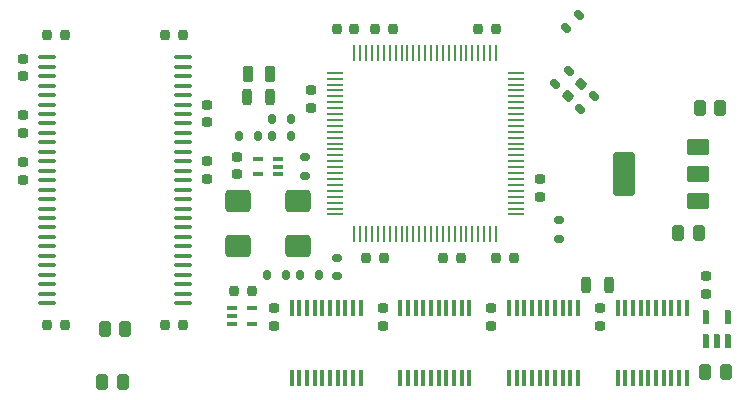
<source format=gtp>
G04 #@! TF.GenerationSoftware,KiCad,Pcbnew,7.0.10*
G04 #@! TF.CreationDate,2024-06-11T15:42:07-04:00*
G04 #@! TF.ProjectId,RAM2GS,52414d32-4753-42e6-9b69-6361645f7063,2.2*
G04 #@! TF.SameCoordinates,Original*
G04 #@! TF.FileFunction,Paste,Top*
G04 #@! TF.FilePolarity,Positive*
%FSLAX46Y46*%
G04 Gerber Fmt 4.6, Leading zero omitted, Abs format (unit mm)*
G04 Created by KiCad (PCBNEW 7.0.10) date 2024-06-11 15:42:07*
%MOMM*%
%LPD*%
G01*
G04 APERTURE LIST*
G04 Aperture macros list*
%AMRoundRect*
0 Rectangle with rounded corners*
0 $1 Rounding radius*
0 $2 $3 $4 $5 $6 $7 $8 $9 X,Y pos of 4 corners*
0 Add a 4 corners polygon primitive as box body*
4,1,4,$2,$3,$4,$5,$6,$7,$8,$9,$2,$3,0*
0 Add four circle primitives for the rounded corners*
1,1,$1+$1,$2,$3*
1,1,$1+$1,$4,$5*
1,1,$1+$1,$6,$7*
1,1,$1+$1,$8,$9*
0 Add four rect primitives between the rounded corners*
20,1,$1+$1,$2,$3,$4,$5,0*
20,1,$1+$1,$4,$5,$6,$7,0*
20,1,$1+$1,$6,$7,$8,$9,0*
20,1,$1+$1,$8,$9,$2,$3,0*%
G04 Aperture macros list end*
%ADD10RoundRect,0.192500X0.242500X-0.192500X0.242500X0.192500X-0.242500X0.192500X-0.242500X-0.192500X0*%
%ADD11RoundRect,0.192500X-0.192500X-0.242500X0.192500X-0.242500X0.192500X0.242500X-0.192500X0.242500X0*%
%ADD12RoundRect,0.192500X-0.242500X0.192500X-0.242500X-0.192500X0.242500X-0.192500X0.242500X0.192500X0*%
%ADD13RoundRect,0.092500X0.092500X-0.592500X0.092500X0.592500X-0.092500X0.592500X-0.092500X-0.592500X0*%
%ADD14RoundRect,0.250000X0.250000X0.425000X-0.250000X0.425000X-0.250000X-0.425000X0.250000X-0.425000X0*%
%ADD15RoundRect,0.250000X-0.250000X-0.425000X0.250000X-0.425000X0.250000X0.425000X-0.250000X0.425000X0*%
%ADD16RoundRect,0.280000X0.670000X0.420000X-0.670000X0.420000X-0.670000X-0.420000X0.670000X-0.420000X0*%
%ADD17RoundRect,0.285000X0.665000X1.565000X-0.665000X1.565000X-0.665000X-1.565000X0.665000X-1.565000X0*%
%ADD18RoundRect,0.080000X-0.380000X-0.080000X0.380000X-0.080000X0.380000X0.080000X-0.380000X0.080000X0*%
%ADD19RoundRect,0.099500X-0.625500X-0.099500X0.625500X-0.099500X0.625500X0.099500X-0.625500X0.099500X0*%
%ADD20RoundRect,0.288570X-0.773330X-0.673330X0.773330X-0.673330X0.773330X0.673330X-0.773330X0.673330X0*%
%ADD21RoundRect,0.080000X0.380000X0.080000X-0.380000X0.080000X-0.380000X-0.080000X0.380000X-0.080000X0*%
%ADD22RoundRect,0.192500X0.192500X0.242500X-0.192500X0.242500X-0.192500X-0.242500X0.192500X-0.242500X0*%
%ADD23RoundRect,0.057500X0.645000X0.057500X-0.645000X0.057500X-0.645000X-0.057500X0.645000X-0.057500X0*%
%ADD24RoundRect,0.057500X0.057500X0.645000X-0.057500X0.645000X-0.057500X-0.645000X0.057500X-0.645000X0*%
%ADD25RoundRect,0.137500X0.137500X-0.487500X0.137500X0.487500X-0.137500X0.487500X-0.137500X-0.487500X0*%
%ADD26RoundRect,0.200000X0.200000X0.475000X-0.200000X0.475000X-0.200000X-0.475000X0.200000X-0.475000X0*%
%ADD27RoundRect,0.150000X0.275000X-0.150000X0.275000X0.150000X-0.275000X0.150000X-0.275000X-0.150000X0*%
%ADD28RoundRect,0.150000X0.150000X0.275000X-0.150000X0.275000X-0.150000X-0.275000X0.150000X-0.275000X0*%
%ADD29RoundRect,0.150000X-0.150000X-0.275000X0.150000X-0.275000X0.150000X0.275000X-0.150000X0.275000X0*%
%ADD30RoundRect,0.200000X-0.200000X-0.475000X0.200000X-0.475000X0.200000X0.475000X-0.200000X0.475000X0*%
%ADD31RoundRect,0.224700X0.224700X0.437200X-0.224700X0.437200X-0.224700X-0.437200X0.224700X-0.437200X0*%
%ADD32RoundRect,0.150000X-0.275000X0.150000X-0.275000X-0.150000X0.275000X-0.150000X0.275000X0.150000X0*%
%ADD33RoundRect,0.150000X-0.088388X0.300520X-0.300520X0.088388X0.088388X-0.300520X0.300520X-0.088388X0*%
%ADD34RoundRect,0.150000X0.088388X-0.300520X0.300520X-0.088388X-0.088388X0.300520X-0.300520X0.088388X0*%
%ADD35RoundRect,0.192500X0.035355X-0.307591X0.307591X-0.035355X-0.035355X0.307591X-0.307591X0.035355X0*%
G04 APERTURE END LIST*
D10*
X51350000Y-107650000D03*
X51350000Y-106150000D03*
X51350000Y-102850000D03*
X51350000Y-101350000D03*
D11*
X53400000Y-99350000D03*
X54900000Y-99350000D03*
X63400000Y-123950000D03*
X64900000Y-123950000D03*
X63400000Y-99350000D03*
X64900000Y-99350000D03*
D12*
X66950000Y-110050000D03*
X66950000Y-111550000D03*
X66950000Y-105250000D03*
X66950000Y-106750000D03*
D10*
X51350000Y-111650000D03*
X51350000Y-110150000D03*
D11*
X53400000Y-123950000D03*
X54900000Y-123950000D03*
D12*
X100200000Y-122500000D03*
X100200000Y-124000000D03*
D13*
X92500000Y-128400000D03*
X93150000Y-128400000D03*
X93800000Y-128400000D03*
X94450000Y-128400000D03*
X95100000Y-128400000D03*
X95750000Y-128400000D03*
X96400000Y-128400000D03*
X97050000Y-128400000D03*
X97700000Y-128400000D03*
X98350000Y-128400000D03*
X98350000Y-122500000D03*
X97700000Y-122500000D03*
X97050000Y-122500000D03*
X96400000Y-122500000D03*
X95750000Y-122500000D03*
X95100000Y-122500000D03*
X94450000Y-122500000D03*
X93800000Y-122500000D03*
X93150000Y-122500000D03*
X92500000Y-122500000D03*
D12*
X91000000Y-122500000D03*
X91000000Y-124000000D03*
X81800000Y-122500000D03*
X81800000Y-124000000D03*
D13*
X101700000Y-128400000D03*
X102350000Y-128400000D03*
X103000000Y-128400000D03*
X103650000Y-128400000D03*
X104300000Y-128400000D03*
X104950000Y-128400000D03*
X105600000Y-128400000D03*
X106250000Y-128400000D03*
X106900000Y-128400000D03*
X107550000Y-128400000D03*
X107550000Y-122500000D03*
X106900000Y-122500000D03*
X106250000Y-122500000D03*
X105600000Y-122500000D03*
X104950000Y-122500000D03*
X104300000Y-122500000D03*
X103650000Y-122500000D03*
X103000000Y-122500000D03*
X102350000Y-122500000D03*
X101700000Y-122500000D03*
D12*
X72600000Y-122500000D03*
X72600000Y-124000000D03*
D13*
X83300000Y-128400000D03*
X83950000Y-128400000D03*
X84600000Y-128400000D03*
X85250000Y-128400000D03*
X85900000Y-128400000D03*
X86550000Y-128400000D03*
X87200000Y-128400000D03*
X87850000Y-128400000D03*
X88500000Y-128400000D03*
X89150000Y-128400000D03*
X89150000Y-122500000D03*
X88500000Y-122500000D03*
X87850000Y-122500000D03*
X87200000Y-122500000D03*
X86550000Y-122500000D03*
X85900000Y-122500000D03*
X85250000Y-122500000D03*
X84600000Y-122500000D03*
X83950000Y-122500000D03*
X83300000Y-122500000D03*
D14*
X59778000Y-128778000D03*
X58078000Y-128778000D03*
D15*
X109132000Y-127889000D03*
X110832000Y-127889000D03*
D16*
X108537000Y-113450000D03*
D17*
X102237000Y-111150000D03*
D16*
X108537000Y-111150000D03*
X108537000Y-108850000D03*
D15*
X108650000Y-105550000D03*
X110350000Y-105550000D03*
X106850000Y-116150000D03*
X108550000Y-116150000D03*
D18*
X69050000Y-122500000D03*
X69050000Y-123150000D03*
X69050000Y-123800000D03*
X70750000Y-123800000D03*
X70750000Y-122500000D03*
D13*
X74100000Y-128400000D03*
X74750000Y-128400000D03*
X75400000Y-128400000D03*
X76050000Y-128400000D03*
X76700000Y-128400000D03*
X77350000Y-128400000D03*
X78000000Y-128400000D03*
X78650000Y-128400000D03*
X79300000Y-128400000D03*
X79950000Y-128400000D03*
X79950000Y-122500000D03*
X79300000Y-122500000D03*
X78650000Y-122500000D03*
X78000000Y-122500000D03*
X77350000Y-122500000D03*
X76700000Y-122500000D03*
X76050000Y-122500000D03*
X75400000Y-122500000D03*
X74750000Y-122500000D03*
X74100000Y-122500000D03*
D19*
X53400000Y-101250000D03*
X53400000Y-102050000D03*
X53400000Y-102850000D03*
X53400000Y-103650000D03*
X53400000Y-104450000D03*
X53400000Y-105250000D03*
X53400000Y-106050000D03*
X53400000Y-106850000D03*
X53400000Y-107650000D03*
X53400000Y-108450000D03*
X53400000Y-109250000D03*
X53400000Y-110050000D03*
X53400000Y-110850000D03*
X53400000Y-111650000D03*
X53400000Y-112450000D03*
X53400000Y-113250000D03*
X53400000Y-114050000D03*
X53400000Y-114850000D03*
X53400000Y-115650000D03*
X53400000Y-116450000D03*
X53400000Y-117250000D03*
X53400000Y-118050000D03*
X53400000Y-118850000D03*
X53400000Y-119650000D03*
X53400000Y-120450000D03*
X53400000Y-121250000D03*
X53400000Y-122050000D03*
X64900000Y-122050000D03*
X64900000Y-121250000D03*
X64900000Y-120450000D03*
X64900000Y-119650000D03*
X64900000Y-118850000D03*
X64900000Y-118050000D03*
X64900000Y-117250000D03*
X64900000Y-116450000D03*
X64900000Y-115650000D03*
X64900000Y-114850000D03*
X64900000Y-114050000D03*
X64900000Y-113250000D03*
X64900000Y-112450000D03*
X64900000Y-111650000D03*
X64900000Y-110850000D03*
X64900000Y-110050000D03*
X64900000Y-109250000D03*
X64900000Y-108450000D03*
X64900000Y-107650000D03*
X64900000Y-106850000D03*
X64900000Y-106050000D03*
X64900000Y-105250000D03*
X64900000Y-104450000D03*
X64900000Y-103650000D03*
X64900000Y-102850000D03*
X64900000Y-102050000D03*
X64900000Y-101250000D03*
D20*
X69560000Y-117205000D03*
X74640000Y-117205000D03*
X74640000Y-113395000D03*
X69560000Y-113395000D03*
D21*
X72950000Y-111150000D03*
X72950000Y-110500000D03*
X72950000Y-109850000D03*
X71250000Y-109850000D03*
X71250000Y-111150000D03*
D10*
X69500000Y-111150000D03*
X69500000Y-109650000D03*
D15*
X58300000Y-124250000D03*
X60000000Y-124250000D03*
D22*
X70750000Y-121050000D03*
X69250000Y-121050000D03*
D23*
X93062500Y-114550000D03*
X93062500Y-114050000D03*
X93062500Y-113550000D03*
X93062500Y-113050000D03*
X93062500Y-112550000D03*
X93062500Y-112050000D03*
X93062500Y-111550000D03*
X93062500Y-111050000D03*
X93062500Y-110550000D03*
X93062500Y-110050000D03*
X93062500Y-109550000D03*
X93062500Y-109050000D03*
X93062500Y-108550000D03*
X93062500Y-108050000D03*
X93062500Y-107550000D03*
X93062500Y-107050000D03*
X93062500Y-106550000D03*
X93062500Y-106050000D03*
X93062500Y-105550000D03*
X93062500Y-105050000D03*
X93062500Y-104550000D03*
X93062500Y-104050000D03*
X93062500Y-103550000D03*
X93062500Y-103050000D03*
X93062500Y-102550000D03*
D24*
X91400000Y-100887500D03*
X90900000Y-100887500D03*
X90400000Y-100887500D03*
X89900000Y-100887500D03*
X89400000Y-100887500D03*
X88900000Y-100887500D03*
X88400000Y-100887500D03*
X87900000Y-100887500D03*
X87400000Y-100887500D03*
X86900000Y-100887500D03*
X86400000Y-100887500D03*
X85900000Y-100887500D03*
X85400000Y-100887500D03*
X84900000Y-100887500D03*
X84400000Y-100887500D03*
X83900000Y-100887500D03*
X83400000Y-100887500D03*
X82900000Y-100887500D03*
X82400000Y-100887500D03*
X81900000Y-100887500D03*
X81400000Y-100887500D03*
X80900000Y-100887500D03*
X80400000Y-100887500D03*
X79900000Y-100887500D03*
X79400000Y-100887500D03*
D23*
X77737500Y-102550000D03*
X77737500Y-103050000D03*
X77737500Y-103550000D03*
X77737500Y-104050000D03*
X77737500Y-104550000D03*
X77737500Y-105050000D03*
X77737500Y-105550000D03*
X77737500Y-106050000D03*
X77737500Y-106550000D03*
X77737500Y-107050000D03*
X77737500Y-107550000D03*
X77737500Y-108050000D03*
X77737500Y-108550000D03*
X77737500Y-109050000D03*
X77737500Y-109550000D03*
X77737500Y-110050000D03*
X77737500Y-110550000D03*
X77737500Y-111050000D03*
X77737500Y-111550000D03*
X77737500Y-112050000D03*
X77737500Y-112550000D03*
X77737500Y-113050000D03*
X77737500Y-113550000D03*
X77737500Y-114050000D03*
X77737500Y-114550000D03*
D24*
X79400000Y-116212500D03*
X79900000Y-116212500D03*
X80400000Y-116212500D03*
X80900000Y-116212500D03*
X81400000Y-116212500D03*
X81900000Y-116212500D03*
X82400000Y-116212500D03*
X82900000Y-116212500D03*
X83400000Y-116212500D03*
X83900000Y-116212500D03*
X84400000Y-116212500D03*
X84900000Y-116212500D03*
X85400000Y-116212500D03*
X85900000Y-116212500D03*
X86400000Y-116212500D03*
X86900000Y-116212500D03*
X87400000Y-116212500D03*
X87900000Y-116212500D03*
X88400000Y-116212500D03*
X88900000Y-116212500D03*
X89400000Y-116212500D03*
X89900000Y-116212500D03*
X90400000Y-116212500D03*
X90900000Y-116212500D03*
X91400000Y-116212500D03*
D22*
X81900000Y-118250000D03*
X80400000Y-118250000D03*
X91400000Y-98850000D03*
X89900000Y-98850000D03*
X88400000Y-118250000D03*
X86900000Y-118250000D03*
D11*
X81150000Y-98850000D03*
X82650000Y-98850000D03*
D22*
X79400000Y-98850000D03*
X77900000Y-98850000D03*
D12*
X75700000Y-104050000D03*
X75700000Y-105550000D03*
D11*
X91400000Y-118250000D03*
X92900000Y-118250000D03*
D10*
X95100000Y-113050000D03*
X95100000Y-111550000D03*
D25*
X109150000Y-125300000D03*
X110100000Y-125300000D03*
X111050000Y-125300000D03*
X111050000Y-123200000D03*
X109150000Y-123200000D03*
D10*
X109150000Y-121250000D03*
X109150000Y-119750000D03*
D26*
X100950000Y-120500000D03*
X99050000Y-120500000D03*
D27*
X77950000Y-119800000D03*
X77950000Y-118200000D03*
D28*
X71250000Y-107950000D03*
X69650000Y-107950000D03*
D29*
X72450000Y-107950000D03*
X74050000Y-107950000D03*
D30*
X70350000Y-104600000D03*
X72250000Y-104600000D03*
D31*
X72237500Y-102650000D03*
X70362500Y-102650000D03*
D32*
X96750000Y-115050000D03*
X96750000Y-116650000D03*
D33*
X97565685Y-102384315D03*
X96434315Y-103515685D03*
D34*
X98534315Y-105615685D03*
X99665685Y-104484315D03*
D35*
X97519670Y-104530330D03*
X98580330Y-103469670D03*
D34*
X97284315Y-98765685D03*
X98415685Y-97634315D03*
D28*
X73600000Y-119650000D03*
X72000000Y-119650000D03*
D29*
X74800000Y-119650000D03*
X76400000Y-119650000D03*
D32*
X75200000Y-109700000D03*
X75200000Y-111300000D03*
D29*
X72450000Y-106450000D03*
X74050000Y-106450000D03*
M02*

</source>
